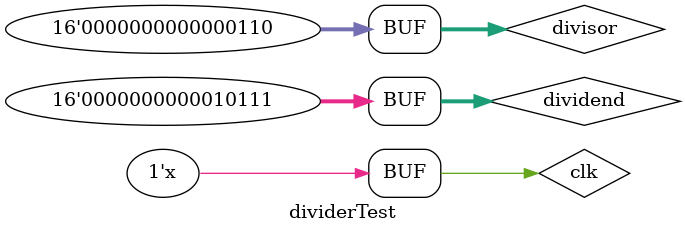
<source format=v>
`timescale 1ns / 1ps


module dividerTest;

	// Inputs
	reg clk;
	reg [15:0] dividend;
	reg [15:0] divisor;

	// Outputs
	wire validity;
	wire [31:0] result;

	// Instantiate the Unit Under Test (UUT)
	Divider uut (
		.clk(clk), 
		.dividend(dividend), 
		.divisor(divisor), 
		.validity(validity), 
		.result(result)
	);

	initial begin
		// Initialize Inputs
		clk = 0;
		dividend = 23;
		divisor = 6;

		// Wait 100 ns for global reset to finish
		#100;
        
		// Add stimulus here
		
	end
     always begin
		 #10;
		 clk = ~clk;
   end
endmodule


</source>
